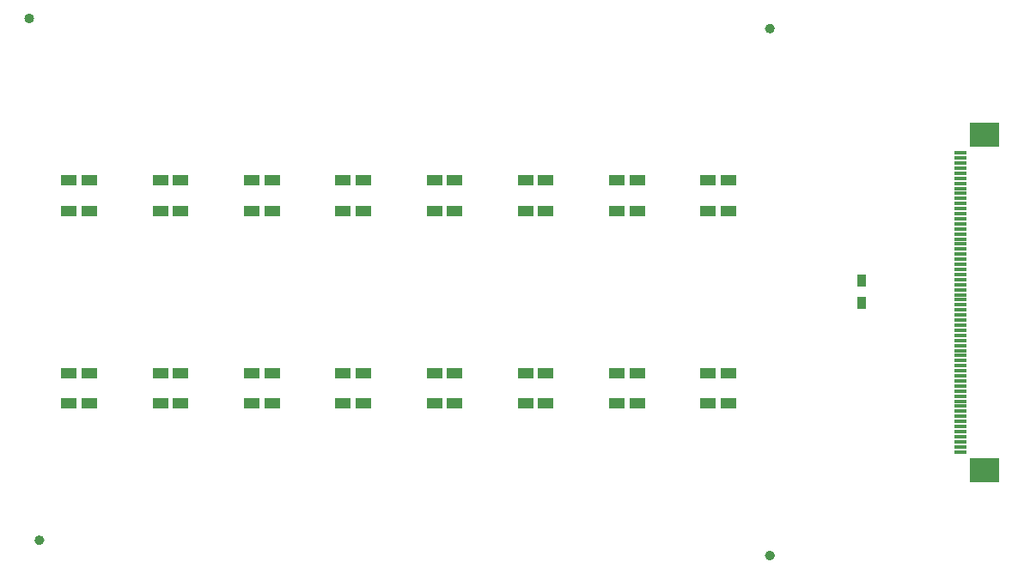
<source format=gtp>
G04 #@! TF.GenerationSoftware,KiCad,Pcbnew,(5.1.6-0-10_14)*
G04 #@! TF.CreationDate,2021-08-31T06:43:47+09:00*
G04 #@! TF.ProjectId,photo-single,70686f74-6f2d-4736-996e-676c652e6b69,rev?*
G04 #@! TF.SameCoordinates,Original*
G04 #@! TF.FileFunction,Paste,Top*
G04 #@! TF.FilePolarity,Positive*
%FSLAX46Y46*%
G04 Gerber Fmt 4.6, Leading zero omitted, Abs format (unit mm)*
G04 Created by KiCad (PCBNEW (5.1.6-0-10_14)) date 2021-08-31 06:43:47*
%MOMM*%
%LPD*%
G01*
G04 APERTURE LIST*
%ADD10C,0.475000*%
%ADD11R,1.600000X1.000000*%
%ADD12R,0.900000X1.200000*%
%ADD13R,1.250000X0.300000*%
%ADD14R,3.000000X2.400000*%
G04 APERTURE END LIST*
D10*
X167237500Y-126000000D02*
G75*
G03*
X167237500Y-126000000I-237500J0D01*
G01*
X95237500Y-124500000D02*
G75*
G03*
X95237500Y-124500000I-237500J0D01*
G01*
X94237500Y-73000000D02*
G75*
G03*
X94237500Y-73000000I-237500J0D01*
G01*
X167237500Y-74000000D02*
G75*
G03*
X167237500Y-74000000I-237500J0D01*
G01*
D11*
X162921211Y-89002066D03*
X162921211Y-92002066D03*
X108921211Y-111001633D03*
X108921211Y-108001633D03*
X162921211Y-108001633D03*
X162921211Y-111001633D03*
X160921211Y-111001633D03*
X160921211Y-108001633D03*
X153921211Y-108001633D03*
X153921211Y-111001633D03*
X151921211Y-111001633D03*
X151921211Y-108001633D03*
X144921211Y-108001633D03*
X144921211Y-111001633D03*
X142921211Y-111001633D03*
X142921211Y-108001633D03*
X135921211Y-108001633D03*
X135921211Y-111001633D03*
X117921211Y-111001633D03*
X117921211Y-108001633D03*
X106921211Y-108001633D03*
X106921211Y-111001633D03*
X115921211Y-108001633D03*
X115921211Y-111001633D03*
X126921211Y-111001633D03*
X126921211Y-108001633D03*
X124921211Y-108001633D03*
X124921211Y-111001633D03*
X99921211Y-111001633D03*
X99921211Y-108001633D03*
X133921211Y-111001633D03*
X133921211Y-108001633D03*
X97921211Y-108001633D03*
X97921211Y-111001633D03*
X160921211Y-92002066D03*
X160921211Y-89002066D03*
X99921211Y-92002066D03*
X99921211Y-89002066D03*
X135921211Y-89002066D03*
X135921211Y-92002066D03*
X115921211Y-89002066D03*
X115921211Y-92002066D03*
X117921211Y-92002066D03*
X117921211Y-89002066D03*
X142921211Y-92002066D03*
X142921211Y-89002066D03*
X106921211Y-89002066D03*
X106921211Y-92002066D03*
X124921211Y-89002066D03*
X124921211Y-92002066D03*
X133921211Y-92002066D03*
X133921211Y-89002066D03*
X126921211Y-92002066D03*
X126921211Y-89002066D03*
X153921211Y-89002066D03*
X153921211Y-92002066D03*
X144921211Y-89002066D03*
X144921211Y-92002066D03*
X151921211Y-92002066D03*
X151921211Y-89002066D03*
X97921211Y-89002066D03*
X97921211Y-92002066D03*
X108921211Y-92002066D03*
X108921211Y-89002066D03*
D12*
X176000000Y-101100000D03*
X176000000Y-98900000D03*
D13*
X185810000Y-115770000D03*
X185810000Y-115270000D03*
X185810000Y-114770000D03*
X185810000Y-114270000D03*
X185810000Y-113770000D03*
X185810000Y-113270000D03*
X185810000Y-112770000D03*
X185810000Y-112270000D03*
X185810000Y-111770000D03*
X185810000Y-111270000D03*
X185810000Y-110770000D03*
X185810000Y-110270000D03*
X185810000Y-109770000D03*
X185810000Y-109270000D03*
X185810000Y-108770000D03*
X185810000Y-108270000D03*
X185810000Y-107770000D03*
X185810000Y-107270000D03*
X185810000Y-106770000D03*
X185810000Y-106270000D03*
X185810000Y-105770000D03*
X185810000Y-105270000D03*
X185810000Y-104770000D03*
X185810000Y-104270000D03*
X185810000Y-103770000D03*
X185810000Y-103270000D03*
X185810000Y-102770000D03*
X185810000Y-102270000D03*
X185810000Y-101770000D03*
X185810000Y-101270000D03*
X185810000Y-100770000D03*
X185810000Y-100270000D03*
X185810000Y-99770000D03*
X185810000Y-99270000D03*
X185810000Y-98770000D03*
X185810000Y-98270000D03*
X185810000Y-97770000D03*
X185810000Y-97270000D03*
X185810000Y-96770000D03*
X185810000Y-96270000D03*
X185810000Y-95770000D03*
X185810000Y-95270000D03*
X185810000Y-94770000D03*
X185810000Y-94270000D03*
X185810000Y-93770000D03*
X185810000Y-93270000D03*
X185810000Y-92770000D03*
X185810000Y-92270000D03*
X185810000Y-91770000D03*
X185810000Y-91270000D03*
X185810000Y-90770000D03*
X185810000Y-90270000D03*
X185810000Y-89770000D03*
X185810000Y-89270000D03*
X185810000Y-88770000D03*
X185810000Y-88270000D03*
X185810000Y-87770000D03*
X185810000Y-87270000D03*
X185810000Y-86770000D03*
X185810000Y-86270000D03*
D14*
X188135000Y-117570000D03*
X188135000Y-84470000D03*
M02*

</source>
